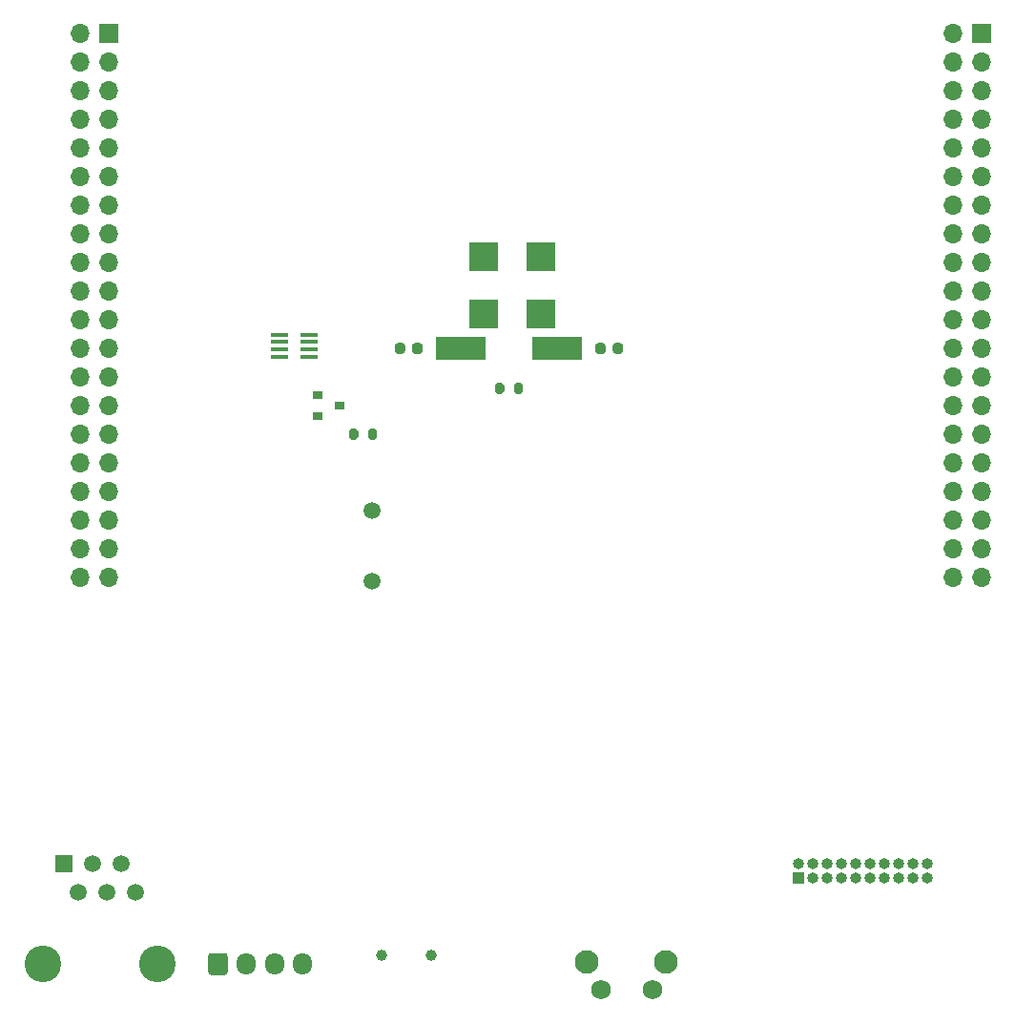
<source format=gbs>
%TF.GenerationSoftware,KiCad,Pcbnew,5.1.9+dfsg1-1*%
%TF.CreationDate,2021-05-17T22:01:10+02:00*%
%TF.ProjectId,PIC32MXCubeV1,50494333-324d-4584-9375-626556312e6b,rev?*%
%TF.SameCoordinates,Original*%
%TF.FileFunction,Soldermask,Bot*%
%TF.FilePolarity,Negative*%
%FSLAX46Y46*%
G04 Gerber Fmt 4.6, Leading zero omitted, Abs format (unit mm)*
G04 Created by KiCad (PCBNEW 5.1.9+dfsg1-1) date 2021-05-17 22:01:10*
%MOMM*%
%LPD*%
G01*
G04 APERTURE LIST*
%ADD10C,3.250000*%
%ADD11C,1.520000*%
%ADD12R,1.520000X1.520000*%
%ADD13R,2.540000X2.540000*%
%ADD14O,1.700000X1.700000*%
%ADD15R,1.700000X1.700000*%
%ADD16O,1.700000X1.950000*%
%ADD17R,1.560000X0.400000*%
%ADD18R,0.900000X0.800000*%
%ADD19C,2.100000*%
%ADD20C,1.750000*%
%ADD21C,1.000000*%
%ADD22R,4.500000X2.000000*%
%ADD23R,1.000000X1.000000*%
%ADD24O,1.000000X1.000000*%
%ADD25C,1.500000*%
G04 APERTURE END LIST*
%TO.C,R3005*%
G36*
G01*
X160191000Y-94255000D02*
X160191000Y-93705000D01*
G75*
G02*
X160391000Y-93505000I200000J0D01*
G01*
X160791000Y-93505000D01*
G75*
G02*
X160991000Y-93705000I0J-200000D01*
G01*
X160991000Y-94255000D01*
G75*
G02*
X160791000Y-94455000I-200000J0D01*
G01*
X160391000Y-94455000D01*
G75*
G02*
X160191000Y-94255000I0J200000D01*
G01*
G37*
G36*
G01*
X158541000Y-94255000D02*
X158541000Y-93705000D01*
G75*
G02*
X158741000Y-93505000I200000J0D01*
G01*
X159141000Y-93505000D01*
G75*
G02*
X159341000Y-93705000I0J-200000D01*
G01*
X159341000Y-94255000D01*
G75*
G02*
X159141000Y-94455000I-200000J0D01*
G01*
X158741000Y-94455000D01*
G75*
G02*
X158541000Y-94255000I0J200000D01*
G01*
G37*
%TD*%
D10*
%TO.C,J1005*%
X141478000Y-140970000D03*
D11*
X139578000Y-134620000D03*
X138308000Y-132080000D03*
X137038000Y-134620000D03*
X135768000Y-132080000D03*
X134498000Y-134620000D03*
D10*
X131318000Y-140970000D03*
D12*
X133228000Y-132080000D03*
%TD*%
D13*
%TO.C,Y2002*%
X175514000Y-78232000D03*
X170434000Y-78232000D03*
X170434000Y-83312000D03*
X175514000Y-83312000D03*
%TD*%
%TO.C,C2001*%
G36*
G01*
X180385000Y-86610000D02*
X180385000Y-86110000D01*
G75*
G02*
X180610000Y-85885000I225000J0D01*
G01*
X181060000Y-85885000D01*
G75*
G02*
X181285000Y-86110000I0J-225000D01*
G01*
X181285000Y-86610000D01*
G75*
G02*
X181060000Y-86835000I-225000J0D01*
G01*
X180610000Y-86835000D01*
G75*
G02*
X180385000Y-86610000I0J225000D01*
G01*
G37*
G36*
G01*
X181935000Y-86610000D02*
X181935000Y-86110000D01*
G75*
G02*
X182160000Y-85885000I225000J0D01*
G01*
X182610000Y-85885000D01*
G75*
G02*
X182835000Y-86110000I0J-225000D01*
G01*
X182835000Y-86610000D01*
G75*
G02*
X182610000Y-86835000I-225000J0D01*
G01*
X182160000Y-86835000D01*
G75*
G02*
X181935000Y-86610000I0J225000D01*
G01*
G37*
%TD*%
%TO.C,C2002*%
G36*
G01*
X163492000Y-86110000D02*
X163492000Y-86610000D01*
G75*
G02*
X163267000Y-86835000I-225000J0D01*
G01*
X162817000Y-86835000D01*
G75*
G02*
X162592000Y-86610000I0J225000D01*
G01*
X162592000Y-86110000D01*
G75*
G02*
X162817000Y-85885000I225000J0D01*
G01*
X163267000Y-85885000D01*
G75*
G02*
X163492000Y-86110000I0J-225000D01*
G01*
G37*
G36*
G01*
X165042000Y-86110000D02*
X165042000Y-86610000D01*
G75*
G02*
X164817000Y-86835000I-225000J0D01*
G01*
X164367000Y-86835000D01*
G75*
G02*
X164142000Y-86610000I0J225000D01*
G01*
X164142000Y-86110000D01*
G75*
G02*
X164367000Y-85885000I225000J0D01*
G01*
X164817000Y-85885000D01*
G75*
G02*
X165042000Y-86110000I0J-225000D01*
G01*
G37*
%TD*%
D14*
%TO.C,J1001*%
X212090000Y-106680000D03*
X214630000Y-106680000D03*
X212090000Y-104140000D03*
X214630000Y-104140000D03*
X212090000Y-101600000D03*
X214630000Y-101600000D03*
X212090000Y-99060000D03*
X214630000Y-99060000D03*
X212090000Y-96520000D03*
X214630000Y-96520000D03*
X212090000Y-93980000D03*
X214630000Y-93980000D03*
X212090000Y-91440000D03*
X214630000Y-91440000D03*
X212090000Y-88900000D03*
X214630000Y-88900000D03*
X212090000Y-86360000D03*
X214630000Y-86360000D03*
X212090000Y-83820000D03*
X214630000Y-83820000D03*
X212090000Y-81280000D03*
X214630000Y-81280000D03*
X212090000Y-78740000D03*
X214630000Y-78740000D03*
X212090000Y-76200000D03*
X214630000Y-76200000D03*
X212090000Y-73660000D03*
X214630000Y-73660000D03*
X212090000Y-71120000D03*
X214630000Y-71120000D03*
X212090000Y-68580000D03*
X214630000Y-68580000D03*
X212090000Y-66040000D03*
X214630000Y-66040000D03*
X212090000Y-63500000D03*
X214630000Y-63500000D03*
X212090000Y-60960000D03*
X214630000Y-60960000D03*
X212090000Y-58420000D03*
D15*
X214630000Y-58420000D03*
%TD*%
%TO.C,J1002*%
X137160000Y-58420000D03*
D14*
X134620000Y-58420000D03*
X137160000Y-60960000D03*
X134620000Y-60960000D03*
X137160000Y-63500000D03*
X134620000Y-63500000D03*
X137160000Y-66040000D03*
X134620000Y-66040000D03*
X137160000Y-68580000D03*
X134620000Y-68580000D03*
X137160000Y-71120000D03*
X134620000Y-71120000D03*
X137160000Y-73660000D03*
X134620000Y-73660000D03*
X137160000Y-76200000D03*
X134620000Y-76200000D03*
X137160000Y-78740000D03*
X134620000Y-78740000D03*
X137160000Y-81280000D03*
X134620000Y-81280000D03*
X137160000Y-83820000D03*
X134620000Y-83820000D03*
X137160000Y-86360000D03*
X134620000Y-86360000D03*
X137160000Y-88900000D03*
X134620000Y-88900000D03*
X137160000Y-91440000D03*
X134620000Y-91440000D03*
X137160000Y-93980000D03*
X134620000Y-93980000D03*
X137160000Y-96520000D03*
X134620000Y-96520000D03*
X137160000Y-99060000D03*
X134620000Y-99060000D03*
X137160000Y-101600000D03*
X134620000Y-101600000D03*
X137160000Y-104140000D03*
X134620000Y-104140000D03*
X137160000Y-106680000D03*
X134620000Y-106680000D03*
%TD*%
%TO.C,J1003*%
G36*
G01*
X146042000Y-141695000D02*
X146042000Y-140245000D01*
G75*
G02*
X146292000Y-139995000I250000J0D01*
G01*
X147492000Y-139995000D01*
G75*
G02*
X147742000Y-140245000I0J-250000D01*
G01*
X147742000Y-141695000D01*
G75*
G02*
X147492000Y-141945000I-250000J0D01*
G01*
X146292000Y-141945000D01*
G75*
G02*
X146042000Y-141695000I0J250000D01*
G01*
G37*
D16*
X149392000Y-140970000D03*
X151892000Y-140970000D03*
X154392000Y-140970000D03*
%TD*%
%TO.C,R2001*%
G36*
G01*
X171495000Y-90191000D02*
X171495000Y-89641000D01*
G75*
G02*
X171695000Y-89441000I200000J0D01*
G01*
X172095000Y-89441000D01*
G75*
G02*
X172295000Y-89641000I0J-200000D01*
G01*
X172295000Y-90191000D01*
G75*
G02*
X172095000Y-90391000I-200000J0D01*
G01*
X171695000Y-90391000D01*
G75*
G02*
X171495000Y-90191000I0J200000D01*
G01*
G37*
G36*
G01*
X173145000Y-90191000D02*
X173145000Y-89641000D01*
G75*
G02*
X173345000Y-89441000I200000J0D01*
G01*
X173745000Y-89441000D01*
G75*
G02*
X173945000Y-89641000I0J-200000D01*
G01*
X173945000Y-90191000D01*
G75*
G02*
X173745000Y-90391000I-200000J0D01*
G01*
X173345000Y-90391000D01*
G75*
G02*
X173145000Y-90191000I0J200000D01*
G01*
G37*
%TD*%
D17*
%TO.C,U2002*%
X152320000Y-87086000D03*
X152320000Y-86436000D03*
X152320000Y-85776000D03*
X152320000Y-85126000D03*
X155020000Y-85126000D03*
X155020000Y-85776000D03*
X155020000Y-86436000D03*
X155020000Y-87086000D03*
%TD*%
D18*
%TO.C,U2003*%
X155718000Y-92390000D03*
X155718000Y-90490000D03*
X157718000Y-91440000D03*
%TD*%
D19*
%TO.C,SW1001*%
X179660000Y-140766000D03*
D20*
X180920000Y-143256000D03*
X185420000Y-143256000D03*
D19*
X186670000Y-140766000D03*
%TD*%
D21*
%TO.C,J1004*%
X161376000Y-140208000D03*
X165776000Y-140208000D03*
%TD*%
D22*
%TO.C,Y2001*%
X176970000Y-86360000D03*
X168470000Y-86360000D03*
%TD*%
D23*
%TO.C,J3001*%
X198374000Y-133350000D03*
D24*
X198374000Y-132080000D03*
X199644000Y-133350000D03*
X199644000Y-132080000D03*
X200914000Y-133350000D03*
X200914000Y-132080000D03*
X202184000Y-133350000D03*
X202184000Y-132080000D03*
X203454000Y-133350000D03*
X203454000Y-132080000D03*
X204724000Y-133350000D03*
X204724000Y-132080000D03*
X205994000Y-133350000D03*
X205994000Y-132080000D03*
X207264000Y-133350000D03*
X207264000Y-132080000D03*
X208534000Y-133350000D03*
X208534000Y-132080000D03*
X209804000Y-133350000D03*
X209804000Y-132080000D03*
%TD*%
D25*
%TO.C,C2004*%
X160528000Y-106984800D03*
X160528000Y-100711000D03*
%TD*%
M02*

</source>
